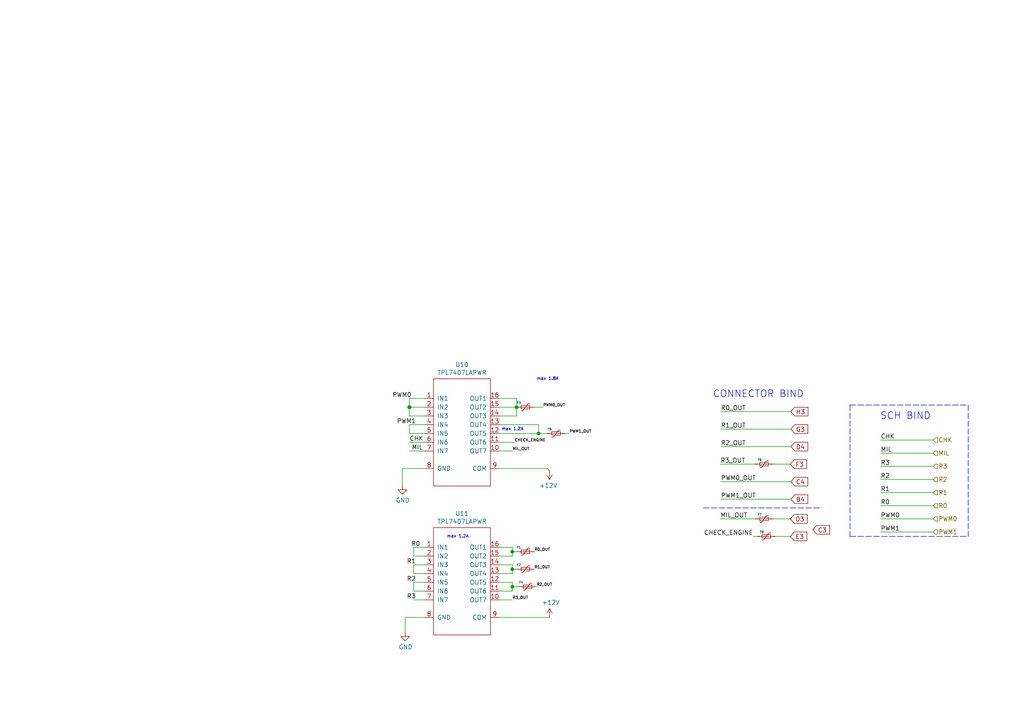
<source format=kicad_sch>
(kicad_sch (version 20211123) (generator eeschema)
  (paper "A4")
  (lib_symbols
    (symbol "Device:Polyfuse_Small" (pin_numbers hide) (pin_names (offset 0))
      (property "Reference" "F" (at -1.905 0 90))
      (property "Value" "Polyfuse_Small" (at 1.905 0 90))
      (symbol "Polyfuse_Small_0_1"
        (rectangle (start -0.508 1.27) (end 0.508 -1.27))
        (polyline (pts (xy 0 2.54) (xy 0 -2.54)))
        (polyline (pts (xy -1.016 1.27) (xy -1.016 0.762) (xy 1.016 -0.762) (xy 1.016 -1.27)))
      )
      (symbol "Polyfuse_Small_1_1"
        (pin passive line (at 0 2.54 270) (length 0.635) (name "~") (number "1"))
        (pin passive line (at 0 -2.54 90) (length 0.635) (name "~") (number "2"))
      )
    )
    (symbol "OpenEFI-STM32-rev3:TPL7407LAPWR" (pin_names (offset 1.016))
      (property "Reference" "U" (at -6.985 5.08 0))
      (property "Value" "TPL7407LAPWR" (at 0 -22.86 0))
      (symbol "TPL7407LAPWR_0_1"
        (rectangle (start -8.255 6.35) (end 8.255 -24.765))
      )
      (symbol "TPL7407LAPWR_1_1"
        (pin input line (at -10.795 0.635 0) (length 2.54) (name "IN1") (number "1"))
        (pin output line (at 10.795 -14.605 180) (length 2.54) (name "OUT7") (number "10"))
        (pin output line (at 10.795 -12.065 180) (length 2.54) (name "OUT6") (number "11"))
        (pin output line (at 10.795 -9.525 180) (length 2.54) (name "OUT5") (number "12"))
        (pin output line (at 10.795 -6.985 180) (length 2.54) (name "OUT4") (number "13"))
        (pin output line (at 10.795 -4.445 180) (length 2.54) (name "OUT3") (number "14"))
        (pin output line (at 10.795 -1.905 180) (length 2.54) (name "OUT2") (number "15"))
        (pin output line (at 10.795 0.635 180) (length 2.54) (name "OUT1") (number "16"))
        (pin input line (at -10.795 -1.905 0) (length 2.54) (name "IN2") (number "2"))
        (pin input line (at -10.795 -4.445 0) (length 2.54) (name "IN3") (number "3"))
        (pin input line (at -10.795 -6.985 0) (length 2.54) (name "IN4") (number "4"))
        (pin input line (at -10.795 -9.525 0) (length 2.54) (name "IN5") (number "5"))
        (pin input line (at -10.795 -12.065 0) (length 2.54) (name "IN6") (number "6"))
        (pin input line (at -10.795 -14.605 0) (length 2.54) (name "IN7") (number "7"))
        (pin input line (at -10.795 -19.685 0) (length 2.54) (name "GND") (number "8"))
        (pin input line (at 10.795 -19.685 180) (length 2.54) (name "COM") (number "9"))
      )
    )
    (symbol "power:+12V" (power) (pin_names (offset 0))
      (property "Value" "+12V" (at 0 3.556 0))
      (symbol "+12V_0_1"
        (polyline (pts (xy -0.762 1.27) (xy 0 2.54)))
        (polyline (pts (xy 0 0) (xy 0 2.54)))
        (polyline (pts (xy 0 2.54) (xy 0.762 1.27)))
      )
      (symbol "+12V_1_1"
        (pin power_in line (at 0 0 90) (length 0) hide (name "+12V") (number "1"))
      )
    )
    (symbol "power:GND" (power) (pin_names (offset 0))
      (property "Value" "GND" (at 0 -3.81 0))
      (symbol "GND_0_1"
        (polyline (pts (xy 0 0) (xy 0 -1.27) (xy 1.27 -1.27) (xy 0 -2.54) (xy -1.27 -1.27) (xy 0 -1.27)))
      )
      (symbol "GND_1_1"
        (pin power_in line (at 0 0 270) (length 0) hide (name "GND") (number "1"))
      )
    )
  )
  (junction (at 148.59 165.1))
  (junction (at 148.59 160.02))
  (junction (at 118.745 118.11) (diameter 1.016))
  (junction (at 149.86 118.11))
  (junction (at 156.21 125.73))
  (junction (at 148.59 170.18))
  (wire (pts (xy 148.59 158.75) (xy 148.59 160.02)))
  (wire (pts (xy 149.86 118.11) (xy 149.86 120.65)))
  (wire (pts (xy 148.59 161.29) (xy 144.78 161.29)))
  (wire (pts (xy 119.9642 163.83) (xy 119.9642 166.37)))
  (polyline (pts (xy 203.9874 147.32) (xy 238.2774 147.32)) (stroke (width 0) (type dash)))
  (wire (pts (xy 148.59 170.18) (xy 148.59 171.45)))
  (wire (pts (xy 148.59 171.45) (xy 144.78 171.45)))
  (wire (pts (xy 118.745 125.73) (xy 123.19 125.73)))
  (wire (pts (xy 123.19 168.91) (xy 119.9642 168.91)))
  (wire (pts (xy 163.83 125.73) (xy 165.1 125.73)))
  (wire (pts (xy 118.745 123.19) (xy 118.745 125.73)))
  (wire (pts (xy 224.155 134.62) (xy 229.235 134.62)))
  (wire (pts (xy 209.0674 119.38) (xy 229.3874 119.38)))
  (wire (pts (xy 144.78 163.83) (xy 148.59 163.83)))
  (wire (pts (xy 118.745 115.57) (xy 123.19 115.57)))
  (wire (pts (xy 148.59 165.1) (xy 148.59 166.37)))
  (wire (pts (xy 144.78 179.07) (xy 159.385 179.07)))
  (wire (pts (xy 144.78 115.57) (xy 149.86 115.57)))
  (wire (pts (xy 118.745 130.81) (xy 123.19 130.81)))
  (wire (pts (xy 119.9642 158.75) (xy 119.9642 161.29)))
  (wire (pts (xy 209.0674 144.78) (xy 229.3874 144.78)))
  (wire (pts (xy 209.0674 129.54) (xy 229.3874 129.54)))
  (wire (pts (xy 123.19 123.19) (xy 118.745 123.19)))
  (wire (pts (xy 159.385 136.525) (xy 158.75 135.89)))
  (wire (pts (xy 144.78 118.11) (xy 149.86 118.11)))
  (wire (pts (xy 123.19 120.65) (xy 118.745 120.65)))
  (polyline (pts (xy 280.8224 117.475) (xy 280.8224 155.575)) (stroke (width 0) (type dash)))
  (polyline (pts (xy 246.5324 117.475) (xy 280.8224 117.475)) (stroke (width 0) (type dash)))
  (wire (pts (xy 148.59 160.02) (xy 149.86 160.02)))
  (wire (pts (xy 255.4224 131.445) (xy 270.6624 131.445)))
  (wire (pts (xy 123.19 163.83) (xy 119.9642 163.83)))
  (wire (pts (xy 144.78 123.19) (xy 156.21 123.19)))
  (wire (pts (xy 148.59 163.83) (xy 148.59 165.1)))
  (wire (pts (xy 118.745 118.11) (xy 123.19 118.11)))
  (wire (pts (xy 148.59 168.91) (xy 148.59 170.18)))
  (wire (pts (xy 123.19 135.89) (xy 116.6876 135.89)))
  (wire (pts (xy 117.5258 179.07) (xy 117.5258 183.3372)))
  (wire (pts (xy 123.19 158.75) (xy 119.9642 158.75)))
  (wire (pts (xy 209.0674 124.46) (xy 229.3874 124.46)))
  (wire (pts (xy 119.9642 168.91) (xy 119.9642 171.45)))
  (wire (pts (xy 224.79 155.575) (xy 229.235 155.575)))
  (wire (pts (xy 255.4224 139.065) (xy 270.6624 139.065)))
  (wire (pts (xy 149.86 115.57) (xy 149.86 118.11)))
  (wire (pts (xy 149.225 128.27) (xy 144.78 128.27)))
  (wire (pts (xy 149.86 120.65) (xy 144.78 120.65)))
  (wire (pts (xy 255.4224 146.685) (xy 270.6624 146.685)))
  (wire (pts (xy 144.78 135.89) (xy 158.75 135.89)))
  (wire (pts (xy 116.6876 135.89) (xy 116.6876 140.7922)))
  (wire (pts (xy 144.78 168.91) (xy 148.59 168.91)))
  (wire (pts (xy 118.745 128.27) (xy 123.19 128.27)))
  (wire (pts (xy 209.0674 139.7) (xy 229.3874 139.7)))
  (wire (pts (xy 119.9642 161.29) (xy 123.19 161.29)))
  (wire (pts (xy 148.59 165.1) (xy 149.86 165.1)))
  (wire (pts (xy 208.915 134.62) (xy 219.075 134.62)))
  (polyline (pts (xy 246.5324 155.575) (xy 280.8224 155.575)) (stroke (width 0) (type dash)))
  (wire (pts (xy 255.4224 154.305) (xy 270.6624 154.305)))
  (wire (pts (xy 119.9642 166.37) (xy 123.19 166.37)))
  (wire (pts (xy 255.4224 127.635) (xy 270.6624 127.635)))
  (wire (pts (xy 156.21 125.73) (xy 158.75 125.73)))
  (wire (pts (xy 255.4224 135.255) (xy 270.6624 135.255)))
  (wire (pts (xy 144.78 173.99) (xy 148.59 173.99)))
  (wire (pts (xy 208.915 150.495) (xy 219.075 150.495)))
  (wire (pts (xy 144.78 130.81) (xy 148.59 130.81)))
  (wire (pts (xy 119.9642 171.45) (xy 123.19 171.45)))
  (wire (pts (xy 255.4224 142.875) (xy 270.6624 142.875)))
  (wire (pts (xy 255.4224 150.495) (xy 270.6624 150.495)))
  (wire (pts (xy 156.21 123.19) (xy 156.21 125.73)))
  (wire (pts (xy 119.9642 173.99) (xy 123.19 173.99)))
  (wire (pts (xy 144.78 158.75) (xy 148.59 158.75)))
  (wire (pts (xy 154.94 118.11) (xy 157.48 118.11)))
  (wire (pts (xy 148.59 160.02) (xy 148.59 161.29)))
  (polyline (pts (xy 246.5324 117.475) (xy 246.5324 155.575)) (stroke (width 0) (type dash)))
  (wire (pts (xy 148.59 166.37) (xy 144.78 166.37)))
  (wire (pts (xy 123.19 179.07) (xy 117.5258 179.07)))
  (wire (pts (xy 144.78 125.73) (xy 156.21 125.73)))
  (wire (pts (xy 148.59 170.18) (xy 150.495 170.18)))
  (wire (pts (xy 118.745 120.65) (xy 118.745 118.11)))
  (wire (pts (xy 118.745 118.11) (xy 118.745 115.57)))
  (wire (pts (xy 218.44 155.575) (xy 219.71 155.575)))
  (wire (pts (xy 224.155 150.495) (xy 229.235 150.495)))
  (text "SCH BIND" (at 270.0274 121.92 180) (effects (font (size 2 2)) (justify right bottom)))
  (text "max 1.2A" (at 145.415 125.095 0) (effects (font (size 0.889 0.889)) (justify left bottom)))
  (text "CONNECTOR BIND" (at 233.1974 115.57 180) (effects (font (size 2 2)) (justify right bottom)))
  (text "max 1.8A" (at 155.575 110.49 0) (effects (font (size 0.889 0.889)) (justify left bottom)))
  (text "max 1.2A" (at 129.54 156.21 0) (effects (font (size 0.889 0.889)) (justify left bottom)))
  (label "R3_OUT" (at 208.915 134.62 0))
  (label "PWM1" (at 120.65 123.19 180))
  (label "PWM0" (at 119.38 115.57 180))
  (label "R2_OUT" (at 155.575 170.18 0) (effects (font (size 0.8 0.8))))
  (label "R1" (at 255.4224 142.875 0))
  (label "R3" (at 120.65 173.99 180))
  (label "PWM0_OUT" (at 157.48 118.11 0) (effects (font (size 0.8 0.8))))
  (label "MIL" (at 255.4224 131.445 0))
  (label "R0" (at 255.4224 146.685 0))
  (label "R3_OUT" (at 148.59 173.99 0) (effects (font (size 0.8 0.8))))
  (label "PWM1_OUT" (at 165.1 125.73 0) (effects (font (size 0.8 0.8))))
  (label "R1" (at 120.65 163.83 180))
  (label "R0" (at 121.92 158.75 180))
  (label "PWM0" (at 255.4224 150.495 0))
  (label "CHK" (at 118.745 128.27 0))
  (label "R1_OUT" (at 154.94 165.1 0) (effects (font (size 0.8 0.8))))
  (label "R0_OUT" (at 154.94 160.02 0) (effects (font (size 0.8 0.8))))
  (label "R3" (at 255.4224 135.255 0))
  (label "PWM1" (at 255.4224 154.305 0))
  (label "R1_OUT" (at 209.0674 124.46 0))
  (label "CHECK_ENGINE" (at 218.44 155.575 180))
  (label "R2" (at 255.4224 139.065 0))
  (label "MIL_OUT" (at 208.915 150.495 0))
  (label "PWM1_OUT" (at 209.0674 144.78 0))
  (label "CHECK_ENGINE" (at 149.225 128.27 0) (effects (font (size 0.8 0.8))))
  (label "R2_OUT" (at 209.0674 129.54 0))
  (label "R0_OUT" (at 209.0674 119.38 0))
  (label "R2" (at 120.65 168.91 180))
  (label "CHK" (at 255.4224 127.635 0))
  (label "MIL" (at 119.38 130.81 0))
  (label "MIL_OUT" (at 148.59 130.81 0) (effects (font (size 0.8 0.8))))
  (label "PWM0_OUT" (at 209.0674 139.7 0))
  (global_label "C3" (shape input) (at 235.7374 153.67 0) (property "Intersheet References" "${INTERSHEET_REFS}" (effects hide)))
  (global_label "C4" (shape input) (at 229.3874 139.7 0) (property "Intersheet References" "${INTERSHEET_REFS}" (effects hide)))
  (global_label "H3" (shape input) (at 229.3874 119.38 0) (property "Intersheet References" "${INTERSHEET_REFS}" (effects hide)))
  (global_label "F3" (shape input) (at 229.235 134.62 0) (property "Intersheet References" "${INTERSHEET_REFS}" (effects hide)))
  (global_label "D4" (shape input) (at 229.3874 129.54 0) (property "Intersheet References" "${INTERSHEET_REFS}" (effects hide)))
  (global_label "B4" (shape input) (at 229.3874 144.78 0) (property "Intersheet References" "${INTERSHEET_REFS}" (effects hide)))
  (global_label "D3" (shape input) (at 229.235 150.495 0) (property "Intersheet References" "${INTERSHEET_REFS}" (effects hide)))
  (global_label "G3" (shape input) (at 229.3874 124.46 0) (property "Intersheet References" "${INTERSHEET_REFS}" (effects hide)))
  (global_label "E3" (shape input) (at 229.235 155.575 0) (property "Intersheet References" "${INTERSHEET_REFS}" (effects hide)))
  (hierarchical_label "R1" (shape input) (at 270.6624 142.875 0))
  (hierarchical_label "MIL" (shape input) (at 270.6624 131.445 0))
  (hierarchical_label "CHK" (shape input) (at 270.6624 127.635 0))
  (hierarchical_label "R0" (shape input) (at 270.6624 146.685 0))
  (hierarchical_label "R3" (shape input) (at 270.6624 135.255 0))
  (hierarchical_label "R2" (shape input) (at 270.6624 139.065 0))
  (hierarchical_label "PWM1" (shape input) (at 270.6624 154.305 0))
  (hierarchical_label "PWM0" (shape input) (at 270.6624 150.495 0))
  (symbol (lib_id "power:GND") (at 116.6876 140.7922 0) (unit 1)
    (property "Reference" "#PWR081" (effects hide))
    (property "Value" "GND" (at 116.8019 145.1166 0))
  )
  (symbol (lib_id "OpenEFI-STM32-rev3:TPL7407LAPWR") (at 133.985 159.385 0) (unit 1)
    (property "Reference" "U11" (at 133.985 148.9518 0))
    (property "Value" "TPL7407LAPWR" (at 133.985 151.2505 0))
    (property "Footprint" "Package_SO:TSSOP-16_4.4x5mm_P0.65mm" (effects hide))
    (property "LCSC" "C91443" (effects hide))
  )
  (symbol (lib_id "Device:Polyfuse_Small") (at 161.29 125.73 90) (unit 1)
    (property "Reference" "F5" (at 159.385 124.46 90) (effects (font (size 0.6 0.6))))
    (property "Value" "750mA" (effects hide))
    (property "Footprint" "Fuse:Fuse_1206_3216Metric" (effects hide))
    (property "LCSC" "C163130" (effects hide))
  )
  (symbol (lib_id "Device:Polyfuse_Small") (at 152.4 165.1 90) (unit 1)
    (property "Reference" "F2" (at 150.495 163.83 90) (effects (font (size 0.6 0.6))))
    (property "Value" "750mA" (effects hide))
    (property "Footprint" "Fuse:Fuse_1206_3216Metric" (effects hide))
    (property "LCSC" "C163130" (effects hide))
  )
  (symbol (lib_id "power:GND") (at 117.5258 183.3372 0) (unit 1)
    (property "Reference" "#PWR083" (effects hide))
    (property "Value" "GND" (at 117.6401 187.6616 0))
  )
  (symbol (lib_id "OpenEFI-STM32-rev3:TPL7407LAPWR") (at 133.985 116.205 0) (unit 1)
    (property "Reference" "U10" (at 133.985 105.7718 0))
    (property "Value" "TPL7407LAPWR" (at 133.985 108.0705 0))
    (property "Footprint" "Package_SO:TSSOP-16_4.4x5mm_P0.65mm" (effects hide))
    (property "LCSC" "C91443" (effects hide))
  )
  (symbol (lib_id "Device:Polyfuse_Small") (at 222.25 155.575 90) (unit 1)
    (property "Reference" "F8" (at 220.98 154.305 90) (effects (font (size 0.6 0.6))))
    (property "Value" "750mA" (effects hide))
    (property "Footprint" "Fuse:Fuse_1206_3216Metric" (effects hide))
    (property "LCSC" "C163130" (effects hide))
  )
  (symbol (lib_id "power:+12V") (at 159.385 179.07 0) (unit 1)
    (property "Reference" "#PWR082" (effects hide))
    (property "Value" "+12V" (at 159.7533 174.7456 0))
  )
  (symbol (lib_id "Device:Polyfuse_Small") (at 152.4 118.11 90) (unit 1)
    (property "Reference" "F3" (at 150.495 116.84 90) (effects (font (size 0.6 0.6))))
    (property "Value" "750mA" (effects hide))
    (property "Footprint" "Fuse:Fuse_1206_3216Metric" (effects hide))
    (property "LCSC" "C3105" (effects hide))
  )
  (symbol (lib_id "power:+12V") (at 159.385 136.525 180) (unit 1)
    (property "Reference" "#PWR080" (effects hide))
    (property "Value" "+12V" (at 159.0167 140.8494 0))
  )
  (symbol (lib_id "Device:Polyfuse_Small") (at 152.4 160.02 90) (unit 1)
    (property "Reference" "F1" (at 150.495 158.75 90) (effects (font (size 0.6 0.6))))
    (property "Value" "750mA" (effects hide))
    (property "Footprint" "Fuse:Fuse_1206_3216Metric" (effects hide))
    (property "LCSC" "C163130" (effects hide))
  )
  (symbol (lib_id "Device:Polyfuse_Small") (at 153.035 170.18 90) (unit 1)
    (property "Reference" "F4" (at 151.13 168.91 90) (effects (font (size 0.6 0.6))))
    (property "Value" "750mA" (effects hide))
    (property "Footprint" "Fuse:Fuse_1206_3216Metric" (effects hide))
    (property "LCSC" "C163130" (effects hide))
  )
  (symbol (lib_id "Device:Polyfuse_Small") (at 221.615 150.495 90) (unit 1)
    (property "Reference" "F7" (at 220.345 149.225 90) (effects (font (size 0.6 0.6))))
    (property "Value" "750mA" (effects hide))
    (property "Footprint" "Fuse:Fuse_1206_3216Metric" (effects hide))
    (property "LCSC" "C163130" (effects hide))
  )
  (symbol (lib_id "Device:Polyfuse_Small") (at 221.615 134.62 90) (unit 1)
    (property "Reference" "F6" (at 220.345 133.35 90) (effects (font (size 0.6 0.6))))
    (property "Value" "750mA" (effects hide))
    (property "Footprint" "Fuse:Fuse_1206_3216Metric" (effects hide))
    (property "LCSC" "C163130" (effects hide))
  )
)
</source>
